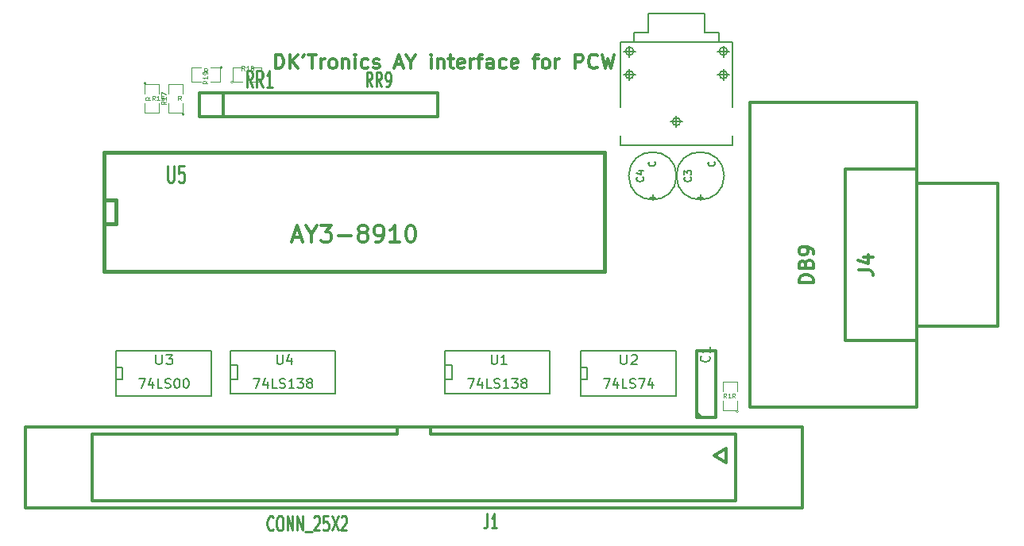
<source format=gto>
G04 (created by PCBNEW (2013-07-07 BZR 4022)-stable) date 02/05/2014 20:54:29*
%MOIN*%
G04 Gerber Fmt 3.4, Leading zero omitted, Abs format*
%FSLAX34Y34*%
G01*
G70*
G90*
G04 APERTURE LIST*
%ADD10C,0.00590551*%
%ADD11C,0.011811*%
%ADD12C,0.008*%
%ADD13C,0.012*%
%ADD14C,0.005*%
%ADD15C,0.0039*%
%ADD16C,0.015*%
%ADD17C,0.0043*%
%ADD18C,0.01*%
%ADD19C,0.01125*%
%ADD20C,0.0075*%
%ADD21C,0.0107*%
G04 APERTURE END LIST*
G54D10*
G54D11*
X17052Y-7864D02*
X17052Y-7273D01*
X17193Y-7273D01*
X17277Y-7301D01*
X17333Y-7357D01*
X17361Y-7414D01*
X17389Y-7526D01*
X17389Y-7610D01*
X17361Y-7723D01*
X17333Y-7779D01*
X17277Y-7835D01*
X17193Y-7864D01*
X17052Y-7864D01*
X17642Y-7864D02*
X17642Y-7273D01*
X17980Y-7864D02*
X17727Y-7526D01*
X17980Y-7273D02*
X17642Y-7610D01*
X18261Y-7273D02*
X18205Y-7385D01*
X18430Y-7273D02*
X18767Y-7273D01*
X18599Y-7864D02*
X18599Y-7273D01*
X18964Y-7864D02*
X18964Y-7470D01*
X18964Y-7582D02*
X18992Y-7526D01*
X19020Y-7498D01*
X19077Y-7470D01*
X19133Y-7470D01*
X19414Y-7864D02*
X19358Y-7835D01*
X19330Y-7807D01*
X19302Y-7751D01*
X19302Y-7582D01*
X19330Y-7526D01*
X19358Y-7498D01*
X19414Y-7470D01*
X19499Y-7470D01*
X19555Y-7498D01*
X19583Y-7526D01*
X19611Y-7582D01*
X19611Y-7751D01*
X19583Y-7807D01*
X19555Y-7835D01*
X19499Y-7864D01*
X19414Y-7864D01*
X19864Y-7470D02*
X19864Y-7864D01*
X19864Y-7526D02*
X19892Y-7498D01*
X19948Y-7470D01*
X20033Y-7470D01*
X20089Y-7498D01*
X20117Y-7554D01*
X20117Y-7864D01*
X20398Y-7864D02*
X20398Y-7470D01*
X20398Y-7273D02*
X20370Y-7301D01*
X20398Y-7329D01*
X20427Y-7301D01*
X20398Y-7273D01*
X20398Y-7329D01*
X20933Y-7835D02*
X20876Y-7864D01*
X20764Y-7864D01*
X20708Y-7835D01*
X20680Y-7807D01*
X20651Y-7751D01*
X20651Y-7582D01*
X20680Y-7526D01*
X20708Y-7498D01*
X20764Y-7470D01*
X20876Y-7470D01*
X20933Y-7498D01*
X21158Y-7835D02*
X21214Y-7864D01*
X21326Y-7864D01*
X21383Y-7835D01*
X21411Y-7779D01*
X21411Y-7751D01*
X21383Y-7695D01*
X21326Y-7667D01*
X21242Y-7667D01*
X21186Y-7639D01*
X21158Y-7582D01*
X21158Y-7554D01*
X21186Y-7498D01*
X21242Y-7470D01*
X21326Y-7470D01*
X21383Y-7498D01*
X22086Y-7695D02*
X22367Y-7695D01*
X22029Y-7864D02*
X22226Y-7273D01*
X22423Y-7864D01*
X22732Y-7582D02*
X22732Y-7864D01*
X22536Y-7273D02*
X22732Y-7582D01*
X22929Y-7273D01*
X23576Y-7864D02*
X23576Y-7470D01*
X23576Y-7273D02*
X23548Y-7301D01*
X23576Y-7329D01*
X23604Y-7301D01*
X23576Y-7273D01*
X23576Y-7329D01*
X23857Y-7470D02*
X23857Y-7864D01*
X23857Y-7526D02*
X23885Y-7498D01*
X23942Y-7470D01*
X24026Y-7470D01*
X24082Y-7498D01*
X24110Y-7554D01*
X24110Y-7864D01*
X24307Y-7470D02*
X24532Y-7470D01*
X24392Y-7273D02*
X24392Y-7779D01*
X24420Y-7835D01*
X24476Y-7864D01*
X24532Y-7864D01*
X24954Y-7835D02*
X24898Y-7864D01*
X24785Y-7864D01*
X24729Y-7835D01*
X24701Y-7779D01*
X24701Y-7554D01*
X24729Y-7498D01*
X24785Y-7470D01*
X24898Y-7470D01*
X24954Y-7498D01*
X24982Y-7554D01*
X24982Y-7610D01*
X24701Y-7667D01*
X25235Y-7864D02*
X25235Y-7470D01*
X25235Y-7582D02*
X25263Y-7526D01*
X25292Y-7498D01*
X25348Y-7470D01*
X25404Y-7470D01*
X25517Y-7470D02*
X25741Y-7470D01*
X25601Y-7864D02*
X25601Y-7357D01*
X25629Y-7301D01*
X25685Y-7273D01*
X25741Y-7273D01*
X26191Y-7864D02*
X26191Y-7554D01*
X26163Y-7498D01*
X26107Y-7470D01*
X25995Y-7470D01*
X25938Y-7498D01*
X26191Y-7835D02*
X26135Y-7864D01*
X25995Y-7864D01*
X25938Y-7835D01*
X25910Y-7779D01*
X25910Y-7723D01*
X25938Y-7667D01*
X25995Y-7639D01*
X26135Y-7639D01*
X26191Y-7610D01*
X26726Y-7835D02*
X26669Y-7864D01*
X26557Y-7864D01*
X26501Y-7835D01*
X26473Y-7807D01*
X26445Y-7751D01*
X26445Y-7582D01*
X26473Y-7526D01*
X26501Y-7498D01*
X26557Y-7470D01*
X26669Y-7470D01*
X26726Y-7498D01*
X27204Y-7835D02*
X27148Y-7864D01*
X27035Y-7864D01*
X26979Y-7835D01*
X26951Y-7779D01*
X26951Y-7554D01*
X26979Y-7498D01*
X27035Y-7470D01*
X27148Y-7470D01*
X27204Y-7498D01*
X27232Y-7554D01*
X27232Y-7610D01*
X26951Y-7667D01*
X27851Y-7470D02*
X28076Y-7470D01*
X27935Y-7864D02*
X27935Y-7357D01*
X27963Y-7301D01*
X28019Y-7273D01*
X28076Y-7273D01*
X28357Y-7864D02*
X28301Y-7835D01*
X28272Y-7807D01*
X28244Y-7751D01*
X28244Y-7582D01*
X28272Y-7526D01*
X28301Y-7498D01*
X28357Y-7470D01*
X28441Y-7470D01*
X28497Y-7498D01*
X28526Y-7526D01*
X28554Y-7582D01*
X28554Y-7751D01*
X28526Y-7807D01*
X28497Y-7835D01*
X28441Y-7864D01*
X28357Y-7864D01*
X28807Y-7864D02*
X28807Y-7470D01*
X28807Y-7582D02*
X28835Y-7526D01*
X28863Y-7498D01*
X28919Y-7470D01*
X28975Y-7470D01*
X29622Y-7864D02*
X29622Y-7273D01*
X29847Y-7273D01*
X29903Y-7301D01*
X29932Y-7329D01*
X29960Y-7385D01*
X29960Y-7470D01*
X29932Y-7526D01*
X29903Y-7554D01*
X29847Y-7582D01*
X29622Y-7582D01*
X30550Y-7807D02*
X30522Y-7835D01*
X30438Y-7864D01*
X30382Y-7864D01*
X30297Y-7835D01*
X30241Y-7779D01*
X30213Y-7723D01*
X30185Y-7610D01*
X30185Y-7526D01*
X30213Y-7414D01*
X30241Y-7357D01*
X30297Y-7301D01*
X30382Y-7273D01*
X30438Y-7273D01*
X30522Y-7301D01*
X30550Y-7329D01*
X30747Y-7273D02*
X30888Y-7864D01*
X31000Y-7442D01*
X31113Y-7864D01*
X31253Y-7273D01*
G54D12*
X33875Y-19725D02*
X33875Y-21625D01*
X33875Y-21625D02*
X29875Y-21625D01*
X29875Y-21625D02*
X29875Y-19725D01*
X29875Y-19725D02*
X33875Y-19725D01*
X29875Y-20425D02*
X30125Y-20425D01*
X30125Y-20425D02*
X30125Y-20925D01*
X30125Y-20925D02*
X29875Y-20925D01*
G54D13*
X36975Y-9275D02*
X36975Y-22075D01*
X36975Y-22075D02*
X43975Y-22075D01*
X43975Y-22075D02*
X43975Y-9275D01*
X43975Y-9275D02*
X36975Y-9275D01*
X43975Y-12075D02*
X40975Y-12075D01*
X40975Y-12075D02*
X40975Y-19275D01*
X40975Y-19275D02*
X43975Y-19275D01*
X43975Y-12675D02*
X47375Y-12675D01*
X47375Y-12675D02*
X47375Y-18675D01*
X47375Y-18675D02*
X43975Y-18675D01*
G54D12*
X15175Y-20325D02*
X15475Y-20325D01*
X15475Y-20325D02*
X15475Y-20925D01*
X15475Y-20925D02*
X15175Y-20925D01*
X19575Y-19725D02*
X19575Y-21525D01*
X19575Y-21525D02*
X15175Y-21525D01*
X15175Y-21525D02*
X15175Y-19725D01*
X15175Y-19725D02*
X19575Y-19725D01*
X36237Y-11077D02*
X31513Y-11077D01*
X36237Y-6748D02*
X35646Y-6748D01*
X32104Y-6748D02*
X31513Y-6748D01*
X35646Y-6354D02*
X35056Y-6354D01*
X32694Y-6354D02*
X32104Y-6354D01*
X32104Y-6354D02*
X32104Y-6748D01*
X35646Y-6354D02*
X35646Y-6748D01*
X35056Y-5566D02*
X32694Y-5566D01*
X32694Y-5566D02*
X32694Y-6354D01*
X35056Y-5566D02*
X35056Y-6354D01*
X36237Y-6748D02*
X36237Y-9502D01*
X36237Y-11077D02*
X36237Y-10684D01*
X36237Y-6748D02*
X31513Y-6748D01*
X31513Y-6748D02*
X31513Y-9502D01*
X31513Y-11077D02*
X31513Y-10684D01*
G54D14*
X36009Y-8125D02*
G75*
G03X36009Y-8125I-166J0D01*
G74*
G01*
X35843Y-7889D02*
X35843Y-8361D01*
X35607Y-8125D02*
X36079Y-8125D01*
X36009Y-7141D02*
G75*
G03X36009Y-7141I-166J0D01*
G74*
G01*
X35843Y-6905D02*
X35843Y-7377D01*
X35607Y-7141D02*
X36079Y-7141D01*
X32073Y-7141D02*
G75*
G03X32073Y-7141I-166J0D01*
G74*
G01*
X31907Y-6905D02*
X31907Y-7377D01*
X31671Y-7141D02*
X32143Y-7141D01*
X32073Y-8125D02*
G75*
G03X32073Y-8125I-166J0D01*
G74*
G01*
X31907Y-7889D02*
X31907Y-8361D01*
X31671Y-8125D02*
X32143Y-8125D01*
X34041Y-10093D02*
G75*
G03X34041Y-10093I-166J0D01*
G74*
G01*
X33875Y-9857D02*
X33875Y-10329D01*
X33639Y-10093D02*
X34111Y-10093D01*
G54D15*
X13225Y-9775D02*
G75*
G03X13225Y-9775I-50J0D01*
G74*
G01*
X13175Y-9325D02*
X13175Y-9725D01*
X13175Y-9725D02*
X12575Y-9725D01*
X12575Y-9725D02*
X12575Y-9325D01*
X12575Y-8925D02*
X12575Y-8525D01*
X12575Y-8525D02*
X13175Y-8525D01*
X13175Y-8525D02*
X13175Y-8925D01*
X11625Y-8475D02*
G75*
G03X11625Y-8475I-50J0D01*
G74*
G01*
X11575Y-8925D02*
X11575Y-8525D01*
X11575Y-8525D02*
X12175Y-8525D01*
X12175Y-8525D02*
X12175Y-8925D01*
X12175Y-9325D02*
X12175Y-9725D01*
X12175Y-9725D02*
X11575Y-9725D01*
X11575Y-9725D02*
X11575Y-9325D01*
X15275Y-8425D02*
G75*
G03X15275Y-8425I-50J0D01*
G74*
G01*
X15675Y-8425D02*
X15275Y-8425D01*
X15275Y-8425D02*
X15275Y-7825D01*
X15275Y-7825D02*
X15675Y-7825D01*
X16075Y-7825D02*
X16475Y-7825D01*
X16475Y-7825D02*
X16475Y-8425D01*
X16475Y-8425D02*
X16075Y-8425D01*
X14825Y-7825D02*
G75*
G03X14825Y-7825I-50J0D01*
G74*
G01*
X14325Y-7825D02*
X14725Y-7825D01*
X14725Y-7825D02*
X14725Y-8425D01*
X14725Y-8425D02*
X14325Y-8425D01*
X13925Y-8425D02*
X13525Y-8425D01*
X13525Y-8425D02*
X13525Y-7825D01*
X13525Y-7825D02*
X13925Y-7825D01*
X36475Y-22275D02*
G75*
G03X36475Y-22275I-50J0D01*
G74*
G01*
X36425Y-21825D02*
X36425Y-22225D01*
X36425Y-22225D02*
X35825Y-22225D01*
X35825Y-22225D02*
X35825Y-21825D01*
X35825Y-21425D02*
X35825Y-21025D01*
X35825Y-21025D02*
X36425Y-21025D01*
X36425Y-21025D02*
X36425Y-21425D01*
G54D13*
X35475Y-24125D02*
X35975Y-24425D01*
X35975Y-24425D02*
X35975Y-23825D01*
X35975Y-23825D02*
X35475Y-24125D01*
X39175Y-26325D02*
X39175Y-22925D01*
X39175Y-22925D02*
X6575Y-22925D01*
X6575Y-22925D02*
X6575Y-26325D01*
X6575Y-26325D02*
X39175Y-26325D01*
X23575Y-22925D02*
X23575Y-23225D01*
X23575Y-23225D02*
X36375Y-23225D01*
X36375Y-23225D02*
X36375Y-26025D01*
X36375Y-26025D02*
X9375Y-26025D01*
X9375Y-26025D02*
X9375Y-23225D01*
X9375Y-23225D02*
X22175Y-23225D01*
X22175Y-23225D02*
X22175Y-22925D01*
G54D16*
X9875Y-13375D02*
X10375Y-13375D01*
X10375Y-13375D02*
X10375Y-14375D01*
X10375Y-14375D02*
X9875Y-14375D01*
X9875Y-11375D02*
X30875Y-11375D01*
X30875Y-11375D02*
X30875Y-16375D01*
X30875Y-16375D02*
X9875Y-16375D01*
X9875Y-16375D02*
X9875Y-11375D01*
G54D13*
X34725Y-22525D02*
X34725Y-19725D01*
X34725Y-19725D02*
X35525Y-19725D01*
X35525Y-19725D02*
X35525Y-22525D01*
X35525Y-22525D02*
X34725Y-22525D01*
X34925Y-22525D02*
X34725Y-22325D01*
G54D14*
X33876Y-12375D02*
G75*
G03X33876Y-12375I-1001J0D01*
G74*
G01*
X35876Y-12375D02*
G75*
G03X35876Y-12375I-1001J0D01*
G74*
G01*
G54D12*
X24175Y-20325D02*
X24475Y-20325D01*
X24475Y-20325D02*
X24475Y-20925D01*
X24475Y-20925D02*
X24175Y-20925D01*
X28575Y-19725D02*
X28575Y-21525D01*
X28575Y-21525D02*
X24175Y-21525D01*
X24175Y-21525D02*
X24175Y-19725D01*
X24175Y-19725D02*
X28575Y-19725D01*
X14375Y-19725D02*
X14375Y-21625D01*
X14375Y-21625D02*
X10375Y-21625D01*
X10375Y-21625D02*
X10375Y-19725D01*
X10375Y-19725D02*
X14375Y-19725D01*
X10375Y-20425D02*
X10625Y-20425D01*
X10625Y-20425D02*
X10625Y-20925D01*
X10625Y-20925D02*
X10375Y-20925D01*
G54D13*
X13875Y-9875D02*
X13875Y-8875D01*
X13875Y-8875D02*
X23875Y-8875D01*
X23875Y-8875D02*
X23875Y-9875D01*
X23875Y-9875D02*
X13875Y-9875D01*
X14875Y-9875D02*
X14875Y-8875D01*
G54D14*
X31532Y-19886D02*
X31532Y-20210D01*
X31553Y-20248D01*
X31575Y-20267D01*
X31617Y-20286D01*
X31703Y-20286D01*
X31746Y-20267D01*
X31767Y-20248D01*
X31789Y-20210D01*
X31789Y-19886D01*
X31982Y-19925D02*
X32003Y-19905D01*
X32046Y-19886D01*
X32153Y-19886D01*
X32196Y-19905D01*
X32217Y-19925D01*
X32239Y-19963D01*
X32239Y-20001D01*
X32217Y-20058D01*
X31960Y-20286D01*
X32239Y-20286D01*
X30817Y-20886D02*
X31084Y-20886D01*
X30913Y-21286D01*
X31408Y-21020D02*
X31408Y-21286D01*
X31313Y-20867D02*
X31217Y-21153D01*
X31465Y-21153D01*
X31808Y-21286D02*
X31617Y-21286D01*
X31617Y-20886D01*
X31922Y-21267D02*
X31979Y-21286D01*
X32075Y-21286D01*
X32113Y-21267D01*
X32132Y-21248D01*
X32151Y-21210D01*
X32151Y-21172D01*
X32132Y-21134D01*
X32113Y-21115D01*
X32075Y-21096D01*
X31998Y-21077D01*
X31960Y-21058D01*
X31941Y-21039D01*
X31922Y-21001D01*
X31922Y-20963D01*
X31941Y-20925D01*
X31960Y-20905D01*
X31998Y-20886D01*
X32094Y-20886D01*
X32151Y-20905D01*
X32284Y-20886D02*
X32551Y-20886D01*
X32379Y-21286D01*
X32875Y-21020D02*
X32875Y-21286D01*
X32779Y-20867D02*
X32684Y-21153D01*
X32932Y-21153D01*
G54D13*
X41517Y-16325D02*
X41946Y-16325D01*
X42032Y-16353D01*
X42089Y-16410D01*
X42117Y-16496D01*
X42117Y-16553D01*
X41717Y-15782D02*
X42117Y-15782D01*
X41489Y-15925D02*
X41917Y-16067D01*
X41917Y-15696D01*
X39617Y-16867D02*
X39017Y-16867D01*
X39017Y-16725D01*
X39046Y-16639D01*
X39103Y-16582D01*
X39160Y-16553D01*
X39275Y-16525D01*
X39360Y-16525D01*
X39475Y-16553D01*
X39532Y-16582D01*
X39589Y-16639D01*
X39617Y-16725D01*
X39617Y-16867D01*
X39303Y-16067D02*
X39332Y-15982D01*
X39360Y-15953D01*
X39417Y-15925D01*
X39503Y-15925D01*
X39560Y-15953D01*
X39589Y-15982D01*
X39617Y-16039D01*
X39617Y-16267D01*
X39017Y-16267D01*
X39017Y-16067D01*
X39046Y-16010D01*
X39075Y-15982D01*
X39132Y-15953D01*
X39189Y-15953D01*
X39246Y-15982D01*
X39275Y-16010D01*
X39303Y-16067D01*
X39303Y-16267D01*
X39617Y-15639D02*
X39617Y-15525D01*
X39589Y-15467D01*
X39560Y-15439D01*
X39475Y-15382D01*
X39360Y-15353D01*
X39132Y-15353D01*
X39075Y-15382D01*
X39046Y-15410D01*
X39017Y-15467D01*
X39017Y-15582D01*
X39046Y-15639D01*
X39075Y-15667D01*
X39132Y-15696D01*
X39275Y-15696D01*
X39332Y-15667D01*
X39360Y-15639D01*
X39389Y-15582D01*
X39389Y-15467D01*
X39360Y-15410D01*
X39332Y-15382D01*
X39275Y-15353D01*
G54D12*
X17120Y-19886D02*
X17120Y-20210D01*
X17139Y-20248D01*
X17158Y-20267D01*
X17196Y-20286D01*
X17272Y-20286D01*
X17310Y-20267D01*
X17329Y-20248D01*
X17348Y-20210D01*
X17348Y-19886D01*
X17710Y-20020D02*
X17710Y-20286D01*
X17615Y-19867D02*
X17520Y-20153D01*
X17767Y-20153D01*
X16127Y-20886D02*
X16394Y-20886D01*
X16222Y-21286D01*
X16717Y-21020D02*
X16717Y-21286D01*
X16622Y-20867D02*
X16527Y-21153D01*
X16775Y-21153D01*
X17117Y-21286D02*
X16927Y-21286D01*
X16927Y-20886D01*
X17232Y-21267D02*
X17289Y-21286D01*
X17384Y-21286D01*
X17422Y-21267D01*
X17441Y-21248D01*
X17460Y-21210D01*
X17460Y-21172D01*
X17441Y-21134D01*
X17422Y-21115D01*
X17384Y-21096D01*
X17308Y-21077D01*
X17270Y-21058D01*
X17251Y-21039D01*
X17232Y-21001D01*
X17232Y-20963D01*
X17251Y-20925D01*
X17270Y-20905D01*
X17308Y-20886D01*
X17403Y-20886D01*
X17460Y-20905D01*
X17841Y-21286D02*
X17613Y-21286D01*
X17727Y-21286D02*
X17727Y-20886D01*
X17689Y-20944D01*
X17651Y-20982D01*
X17613Y-21001D01*
X17975Y-20886D02*
X18222Y-20886D01*
X18089Y-21039D01*
X18146Y-21039D01*
X18184Y-21058D01*
X18203Y-21077D01*
X18222Y-21115D01*
X18222Y-21210D01*
X18203Y-21248D01*
X18184Y-21267D01*
X18146Y-21286D01*
X18032Y-21286D01*
X17994Y-21267D01*
X17975Y-21248D01*
X18451Y-21058D02*
X18413Y-21039D01*
X18394Y-21020D01*
X18375Y-20982D01*
X18375Y-20963D01*
X18394Y-20925D01*
X18413Y-20905D01*
X18451Y-20886D01*
X18527Y-20886D01*
X18565Y-20905D01*
X18584Y-20925D01*
X18603Y-20963D01*
X18603Y-20982D01*
X18584Y-21020D01*
X18565Y-21039D01*
X18527Y-21058D01*
X18451Y-21058D01*
X18413Y-21077D01*
X18394Y-21096D01*
X18375Y-21134D01*
X18375Y-21210D01*
X18394Y-21248D01*
X18413Y-21267D01*
X18451Y-21286D01*
X18527Y-21286D01*
X18565Y-21267D01*
X18584Y-21248D01*
X18603Y-21210D01*
X18603Y-21134D01*
X18584Y-21096D01*
X18565Y-21077D01*
X18527Y-21058D01*
G54D17*
X12454Y-9251D02*
X12360Y-9317D01*
X12454Y-9364D02*
X12257Y-9364D01*
X12257Y-9289D01*
X12267Y-9270D01*
X12276Y-9261D01*
X12295Y-9251D01*
X12323Y-9251D01*
X12342Y-9261D01*
X12351Y-9270D01*
X12360Y-9289D01*
X12360Y-9364D01*
X12454Y-9064D02*
X12454Y-9176D01*
X12454Y-9120D02*
X12257Y-9120D01*
X12285Y-9139D01*
X12304Y-9157D01*
X12314Y-9176D01*
X12257Y-8998D02*
X12257Y-8867D01*
X12454Y-8951D01*
X13085Y-9204D02*
X13020Y-9110D01*
X12973Y-9204D02*
X12973Y-9007D01*
X13048Y-9007D01*
X13067Y-9017D01*
X13076Y-9026D01*
X13085Y-9045D01*
X13085Y-9073D01*
X13076Y-9092D01*
X13067Y-9101D01*
X13048Y-9110D01*
X12973Y-9110D01*
X11998Y-9204D02*
X11932Y-9110D01*
X11885Y-9204D02*
X11885Y-9007D01*
X11960Y-9007D01*
X11979Y-9017D01*
X11988Y-9026D01*
X11998Y-9045D01*
X11998Y-9073D01*
X11988Y-9092D01*
X11979Y-9101D01*
X11960Y-9110D01*
X11885Y-9110D01*
X12185Y-9204D02*
X12073Y-9204D01*
X12129Y-9204D02*
X12129Y-9007D01*
X12110Y-9035D01*
X12092Y-9054D01*
X12073Y-9064D01*
X12364Y-9007D02*
X12270Y-9007D01*
X12261Y-9101D01*
X12270Y-9092D01*
X12289Y-9082D01*
X12336Y-9082D01*
X12354Y-9092D01*
X12364Y-9101D01*
X12373Y-9120D01*
X12373Y-9167D01*
X12364Y-9185D01*
X12354Y-9195D01*
X12336Y-9204D01*
X12289Y-9204D01*
X12270Y-9195D01*
X12261Y-9185D01*
X11804Y-9064D02*
X11710Y-9129D01*
X11804Y-9176D02*
X11607Y-9176D01*
X11607Y-9101D01*
X11617Y-9082D01*
X11626Y-9073D01*
X11645Y-9064D01*
X11673Y-9064D01*
X11692Y-9073D01*
X11701Y-9082D01*
X11710Y-9101D01*
X11710Y-9176D01*
X15748Y-7954D02*
X15682Y-7860D01*
X15635Y-7954D02*
X15635Y-7757D01*
X15710Y-7757D01*
X15729Y-7767D01*
X15738Y-7776D01*
X15748Y-7795D01*
X15748Y-7823D01*
X15738Y-7842D01*
X15729Y-7851D01*
X15710Y-7860D01*
X15635Y-7860D01*
X15935Y-7954D02*
X15823Y-7954D01*
X15879Y-7954D02*
X15879Y-7757D01*
X15860Y-7785D01*
X15842Y-7804D01*
X15823Y-7814D01*
X16048Y-7842D02*
X16029Y-7832D01*
X16020Y-7823D01*
X16011Y-7804D01*
X16011Y-7795D01*
X16020Y-7776D01*
X16029Y-7767D01*
X16048Y-7757D01*
X16086Y-7757D01*
X16104Y-7767D01*
X16114Y-7776D01*
X16123Y-7795D01*
X16123Y-7804D01*
X16114Y-7823D01*
X16104Y-7832D01*
X16086Y-7842D01*
X16048Y-7842D01*
X16029Y-7851D01*
X16020Y-7860D01*
X16011Y-7879D01*
X16011Y-7917D01*
X16020Y-7935D01*
X16029Y-7945D01*
X16048Y-7954D01*
X16086Y-7954D01*
X16104Y-7945D01*
X16114Y-7935D01*
X16123Y-7917D01*
X16123Y-7879D01*
X16114Y-7860D01*
X16104Y-7851D01*
X16086Y-7842D01*
X15935Y-8354D02*
X15870Y-8260D01*
X15823Y-8354D02*
X15823Y-8157D01*
X15898Y-8157D01*
X15917Y-8167D01*
X15926Y-8176D01*
X15935Y-8195D01*
X15935Y-8223D01*
X15926Y-8242D01*
X15917Y-8251D01*
X15898Y-8260D01*
X15823Y-8260D01*
X14204Y-8376D02*
X14110Y-8442D01*
X14204Y-8489D02*
X14007Y-8489D01*
X14007Y-8414D01*
X14017Y-8395D01*
X14026Y-8386D01*
X14045Y-8376D01*
X14073Y-8376D01*
X14092Y-8386D01*
X14101Y-8395D01*
X14110Y-8414D01*
X14110Y-8489D01*
X14204Y-8189D02*
X14204Y-8301D01*
X14204Y-8245D02*
X14007Y-8245D01*
X14035Y-8264D01*
X14054Y-8282D01*
X14064Y-8301D01*
X14204Y-8095D02*
X14204Y-8057D01*
X14195Y-8038D01*
X14185Y-8029D01*
X14157Y-8010D01*
X14120Y-8001D01*
X14045Y-8001D01*
X14026Y-8010D01*
X14017Y-8020D01*
X14007Y-8038D01*
X14007Y-8076D01*
X14017Y-8095D01*
X14026Y-8104D01*
X14045Y-8113D01*
X14092Y-8113D01*
X14110Y-8104D01*
X14120Y-8095D01*
X14129Y-8076D01*
X14129Y-8038D01*
X14120Y-8020D01*
X14110Y-8010D01*
X14092Y-8001D01*
X14185Y-8054D02*
X14120Y-7960D01*
X14073Y-8054D02*
X14073Y-7857D01*
X14148Y-7857D01*
X14167Y-7867D01*
X14176Y-7876D01*
X14185Y-7895D01*
X14185Y-7923D01*
X14176Y-7942D01*
X14167Y-7951D01*
X14148Y-7960D01*
X14073Y-7960D01*
X35967Y-21704D02*
X35901Y-21610D01*
X35854Y-21704D02*
X35854Y-21507D01*
X35929Y-21507D01*
X35948Y-21517D01*
X35957Y-21526D01*
X35967Y-21545D01*
X35967Y-21573D01*
X35957Y-21592D01*
X35948Y-21601D01*
X35929Y-21610D01*
X35854Y-21610D01*
X36154Y-21704D02*
X36042Y-21704D01*
X36098Y-21704D02*
X36098Y-21507D01*
X36079Y-21535D01*
X36060Y-21554D01*
X36042Y-21564D01*
X36335Y-21704D02*
X36270Y-21610D01*
X36223Y-21704D02*
X36223Y-21507D01*
X36298Y-21507D01*
X36317Y-21517D01*
X36326Y-21526D01*
X36335Y-21545D01*
X36335Y-21573D01*
X36326Y-21592D01*
X36317Y-21601D01*
X36298Y-21610D01*
X36223Y-21610D01*
G54D18*
X25941Y-26567D02*
X25941Y-26996D01*
X25922Y-27082D01*
X25884Y-27139D01*
X25827Y-27167D01*
X25789Y-27167D01*
X26341Y-27167D02*
X26113Y-27167D01*
X26227Y-27167D02*
X26227Y-26567D01*
X26189Y-26653D01*
X26151Y-26710D01*
X26113Y-26739D01*
G54D13*
G54D18*
X16955Y-27210D02*
X16936Y-27239D01*
X16879Y-27267D01*
X16841Y-27267D01*
X16784Y-27239D01*
X16746Y-27182D01*
X16727Y-27125D01*
X16708Y-27010D01*
X16708Y-26925D01*
X16727Y-26810D01*
X16746Y-26753D01*
X16784Y-26696D01*
X16841Y-26667D01*
X16879Y-26667D01*
X16936Y-26696D01*
X16955Y-26725D01*
X17203Y-26667D02*
X17279Y-26667D01*
X17317Y-26696D01*
X17355Y-26753D01*
X17375Y-26867D01*
X17375Y-27067D01*
X17355Y-27182D01*
X17317Y-27239D01*
X17279Y-27267D01*
X17203Y-27267D01*
X17165Y-27239D01*
X17127Y-27182D01*
X17108Y-27067D01*
X17108Y-26867D01*
X17127Y-26753D01*
X17165Y-26696D01*
X17203Y-26667D01*
X17546Y-27267D02*
X17546Y-26667D01*
X17775Y-27267D01*
X17775Y-26667D01*
X17965Y-27267D02*
X17965Y-26667D01*
X18194Y-27267D01*
X18194Y-26667D01*
X18289Y-27325D02*
X18594Y-27325D01*
X18670Y-26725D02*
X18689Y-26696D01*
X18727Y-26667D01*
X18822Y-26667D01*
X18860Y-26696D01*
X18879Y-26725D01*
X18898Y-26782D01*
X18898Y-26839D01*
X18879Y-26925D01*
X18651Y-27267D01*
X18898Y-27267D01*
X19260Y-26667D02*
X19070Y-26667D01*
X19051Y-26953D01*
X19070Y-26925D01*
X19108Y-26896D01*
X19203Y-26896D01*
X19241Y-26925D01*
X19260Y-26953D01*
X19279Y-27010D01*
X19279Y-27153D01*
X19260Y-27210D01*
X19241Y-27239D01*
X19203Y-27267D01*
X19108Y-27267D01*
X19070Y-27239D01*
X19051Y-27210D01*
X19413Y-26667D02*
X19679Y-27267D01*
X19679Y-26667D02*
X19413Y-27267D01*
X19813Y-26725D02*
X19832Y-26696D01*
X19870Y-26667D01*
X19965Y-26667D01*
X20003Y-26696D01*
X20022Y-26725D01*
X20041Y-26782D01*
X20041Y-26839D01*
X20022Y-26925D01*
X19794Y-27267D01*
X20041Y-27267D01*
G54D13*
G54D19*
X12532Y-11958D02*
X12532Y-12525D01*
X12553Y-12591D01*
X12575Y-12625D01*
X12617Y-12658D01*
X12703Y-12658D01*
X12746Y-12625D01*
X12767Y-12591D01*
X12789Y-12525D01*
X12789Y-11958D01*
X13217Y-11958D02*
X13003Y-11958D01*
X12982Y-12291D01*
X13003Y-12258D01*
X13046Y-12225D01*
X13153Y-12225D01*
X13196Y-12258D01*
X13217Y-12291D01*
X13239Y-12358D01*
X13239Y-12525D01*
X13217Y-12591D01*
X13196Y-12625D01*
X13153Y-12658D01*
X13046Y-12658D01*
X13003Y-12625D01*
X12982Y-12591D01*
G54D13*
X17808Y-14958D02*
X18141Y-14958D01*
X17741Y-15158D02*
X17975Y-14458D01*
X18208Y-15158D01*
X18575Y-14825D02*
X18575Y-15158D01*
X18341Y-14458D02*
X18575Y-14825D01*
X18808Y-14458D01*
X18975Y-14458D02*
X19408Y-14458D01*
X19175Y-14725D01*
X19275Y-14725D01*
X19341Y-14758D01*
X19375Y-14791D01*
X19408Y-14858D01*
X19408Y-15025D01*
X19375Y-15091D01*
X19341Y-15125D01*
X19275Y-15158D01*
X19075Y-15158D01*
X19008Y-15125D01*
X18975Y-15091D01*
X19708Y-14891D02*
X20241Y-14891D01*
X20675Y-14758D02*
X20608Y-14725D01*
X20575Y-14691D01*
X20541Y-14625D01*
X20541Y-14591D01*
X20575Y-14525D01*
X20608Y-14491D01*
X20675Y-14458D01*
X20808Y-14458D01*
X20875Y-14491D01*
X20908Y-14525D01*
X20941Y-14591D01*
X20941Y-14625D01*
X20908Y-14691D01*
X20875Y-14725D01*
X20808Y-14758D01*
X20675Y-14758D01*
X20608Y-14791D01*
X20575Y-14825D01*
X20541Y-14891D01*
X20541Y-15025D01*
X20575Y-15091D01*
X20608Y-15125D01*
X20675Y-15158D01*
X20808Y-15158D01*
X20875Y-15125D01*
X20908Y-15091D01*
X20941Y-15025D01*
X20941Y-14891D01*
X20908Y-14825D01*
X20875Y-14791D01*
X20808Y-14758D01*
X21275Y-15158D02*
X21408Y-15158D01*
X21475Y-15125D01*
X21508Y-15091D01*
X21575Y-14991D01*
X21608Y-14858D01*
X21608Y-14591D01*
X21575Y-14525D01*
X21541Y-14491D01*
X21475Y-14458D01*
X21341Y-14458D01*
X21275Y-14491D01*
X21241Y-14525D01*
X21208Y-14591D01*
X21208Y-14758D01*
X21241Y-14825D01*
X21275Y-14858D01*
X21341Y-14891D01*
X21475Y-14891D01*
X21541Y-14858D01*
X21575Y-14825D01*
X21608Y-14758D01*
X22275Y-15158D02*
X21875Y-15158D01*
X22075Y-15158D02*
X22075Y-14458D01*
X22008Y-14558D01*
X21941Y-14625D01*
X21875Y-14658D01*
X22708Y-14458D02*
X22774Y-14458D01*
X22841Y-14491D01*
X22874Y-14525D01*
X22908Y-14591D01*
X22941Y-14725D01*
X22941Y-14891D01*
X22908Y-15025D01*
X22874Y-15091D01*
X22841Y-15125D01*
X22774Y-15158D01*
X22708Y-15158D01*
X22641Y-15125D01*
X22608Y-15091D01*
X22574Y-15025D01*
X22541Y-14891D01*
X22541Y-14725D01*
X22574Y-14591D01*
X22608Y-14525D01*
X22641Y-14491D01*
X22708Y-14458D01*
G54D12*
X35248Y-19941D02*
X35267Y-19960D01*
X35286Y-20017D01*
X35286Y-20055D01*
X35267Y-20113D01*
X35229Y-20151D01*
X35191Y-20170D01*
X35115Y-20189D01*
X35058Y-20189D01*
X34982Y-20170D01*
X34944Y-20151D01*
X34905Y-20113D01*
X34886Y-20055D01*
X34886Y-20017D01*
X34905Y-19960D01*
X34925Y-19941D01*
X35286Y-19560D02*
X35286Y-19789D01*
X35286Y-19674D02*
X34886Y-19674D01*
X34944Y-19713D01*
X34982Y-19751D01*
X35001Y-19789D01*
G54D14*
X32468Y-12425D02*
X32483Y-12439D01*
X32497Y-12482D01*
X32497Y-12510D01*
X32483Y-12553D01*
X32454Y-12582D01*
X32426Y-12596D01*
X32368Y-12610D01*
X32326Y-12610D01*
X32268Y-12596D01*
X32240Y-12582D01*
X32211Y-12553D01*
X32197Y-12510D01*
X32197Y-12482D01*
X32211Y-12439D01*
X32226Y-12425D01*
X32297Y-12167D02*
X32497Y-12167D01*
X32183Y-12239D02*
X32397Y-12310D01*
X32397Y-12125D01*
X32967Y-11797D02*
X32982Y-11809D01*
X32996Y-11845D01*
X32996Y-11869D01*
X32982Y-11904D01*
X32953Y-11928D01*
X32925Y-11940D01*
X32867Y-11952D01*
X32825Y-11952D01*
X32767Y-11940D01*
X32739Y-11928D01*
X32710Y-11904D01*
X32696Y-11869D01*
X32696Y-11845D01*
X32710Y-11809D01*
X32725Y-11797D01*
G54D20*
X32882Y-13389D02*
X32882Y-13160D01*
X32996Y-13275D02*
X32767Y-13275D01*
G54D12*
G54D14*
X34468Y-12425D02*
X34483Y-12439D01*
X34497Y-12482D01*
X34497Y-12510D01*
X34483Y-12553D01*
X34454Y-12582D01*
X34426Y-12596D01*
X34368Y-12610D01*
X34326Y-12610D01*
X34268Y-12596D01*
X34240Y-12582D01*
X34211Y-12553D01*
X34197Y-12510D01*
X34197Y-12482D01*
X34211Y-12439D01*
X34226Y-12425D01*
X34197Y-12325D02*
X34197Y-12139D01*
X34311Y-12239D01*
X34311Y-12196D01*
X34326Y-12167D01*
X34340Y-12153D01*
X34368Y-12139D01*
X34440Y-12139D01*
X34468Y-12153D01*
X34483Y-12167D01*
X34497Y-12196D01*
X34497Y-12282D01*
X34483Y-12310D01*
X34468Y-12325D01*
X35467Y-11797D02*
X35482Y-11809D01*
X35496Y-11845D01*
X35496Y-11869D01*
X35482Y-11904D01*
X35453Y-11928D01*
X35425Y-11940D01*
X35367Y-11952D01*
X35325Y-11952D01*
X35267Y-11940D01*
X35239Y-11928D01*
X35210Y-11904D01*
X35196Y-11869D01*
X35196Y-11845D01*
X35210Y-11809D01*
X35225Y-11797D01*
G54D20*
X34882Y-13389D02*
X34882Y-13160D01*
X34996Y-13275D02*
X34767Y-13275D01*
G54D12*
X26120Y-19886D02*
X26120Y-20210D01*
X26139Y-20248D01*
X26158Y-20267D01*
X26196Y-20286D01*
X26272Y-20286D01*
X26310Y-20267D01*
X26329Y-20248D01*
X26348Y-20210D01*
X26348Y-19886D01*
X26748Y-20286D02*
X26520Y-20286D01*
X26634Y-20286D02*
X26634Y-19886D01*
X26596Y-19944D01*
X26558Y-19982D01*
X26520Y-20001D01*
X25127Y-20886D02*
X25394Y-20886D01*
X25222Y-21286D01*
X25717Y-21020D02*
X25717Y-21286D01*
X25622Y-20867D02*
X25527Y-21153D01*
X25775Y-21153D01*
X26117Y-21286D02*
X25927Y-21286D01*
X25927Y-20886D01*
X26232Y-21267D02*
X26289Y-21286D01*
X26384Y-21286D01*
X26422Y-21267D01*
X26441Y-21248D01*
X26460Y-21210D01*
X26460Y-21172D01*
X26441Y-21134D01*
X26422Y-21115D01*
X26384Y-21096D01*
X26308Y-21077D01*
X26270Y-21058D01*
X26251Y-21039D01*
X26232Y-21001D01*
X26232Y-20963D01*
X26251Y-20925D01*
X26270Y-20905D01*
X26308Y-20886D01*
X26403Y-20886D01*
X26460Y-20905D01*
X26841Y-21286D02*
X26613Y-21286D01*
X26727Y-21286D02*
X26727Y-20886D01*
X26689Y-20944D01*
X26651Y-20982D01*
X26613Y-21001D01*
X26975Y-20886D02*
X27222Y-20886D01*
X27089Y-21039D01*
X27146Y-21039D01*
X27184Y-21058D01*
X27203Y-21077D01*
X27222Y-21115D01*
X27222Y-21210D01*
X27203Y-21248D01*
X27184Y-21267D01*
X27146Y-21286D01*
X27032Y-21286D01*
X26994Y-21267D01*
X26975Y-21248D01*
X27451Y-21058D02*
X27413Y-21039D01*
X27394Y-21020D01*
X27375Y-20982D01*
X27375Y-20963D01*
X27394Y-20925D01*
X27413Y-20905D01*
X27451Y-20886D01*
X27527Y-20886D01*
X27565Y-20905D01*
X27584Y-20925D01*
X27603Y-20963D01*
X27603Y-20982D01*
X27584Y-21020D01*
X27565Y-21039D01*
X27527Y-21058D01*
X27451Y-21058D01*
X27413Y-21077D01*
X27394Y-21096D01*
X27375Y-21134D01*
X27375Y-21210D01*
X27394Y-21248D01*
X27413Y-21267D01*
X27451Y-21286D01*
X27527Y-21286D01*
X27565Y-21267D01*
X27584Y-21248D01*
X27603Y-21210D01*
X27603Y-21134D01*
X27584Y-21096D01*
X27565Y-21077D01*
X27527Y-21058D01*
G54D14*
X12032Y-19886D02*
X12032Y-20210D01*
X12053Y-20248D01*
X12075Y-20267D01*
X12117Y-20286D01*
X12203Y-20286D01*
X12246Y-20267D01*
X12267Y-20248D01*
X12289Y-20210D01*
X12289Y-19886D01*
X12460Y-19886D02*
X12739Y-19886D01*
X12589Y-20039D01*
X12653Y-20039D01*
X12696Y-20058D01*
X12717Y-20077D01*
X12739Y-20115D01*
X12739Y-20210D01*
X12717Y-20248D01*
X12696Y-20267D01*
X12653Y-20286D01*
X12525Y-20286D01*
X12482Y-20267D01*
X12460Y-20248D01*
X11317Y-20886D02*
X11584Y-20886D01*
X11413Y-21286D01*
X11908Y-21020D02*
X11908Y-21286D01*
X11813Y-20867D02*
X11717Y-21153D01*
X11965Y-21153D01*
X12308Y-21286D02*
X12117Y-21286D01*
X12117Y-20886D01*
X12422Y-21267D02*
X12479Y-21286D01*
X12575Y-21286D01*
X12613Y-21267D01*
X12632Y-21248D01*
X12651Y-21210D01*
X12651Y-21172D01*
X12632Y-21134D01*
X12613Y-21115D01*
X12575Y-21096D01*
X12498Y-21077D01*
X12460Y-21058D01*
X12441Y-21039D01*
X12422Y-21001D01*
X12422Y-20963D01*
X12441Y-20925D01*
X12460Y-20905D01*
X12498Y-20886D01*
X12594Y-20886D01*
X12651Y-20905D01*
X12898Y-20886D02*
X12936Y-20886D01*
X12975Y-20905D01*
X12994Y-20925D01*
X13013Y-20963D01*
X13032Y-21039D01*
X13032Y-21134D01*
X13013Y-21210D01*
X12994Y-21248D01*
X12975Y-21267D01*
X12936Y-21286D01*
X12898Y-21286D01*
X12860Y-21267D01*
X12841Y-21248D01*
X12822Y-21210D01*
X12803Y-21134D01*
X12803Y-21039D01*
X12822Y-20963D01*
X12841Y-20925D01*
X12860Y-20905D01*
X12898Y-20886D01*
X13279Y-20886D02*
X13317Y-20886D01*
X13355Y-20905D01*
X13375Y-20925D01*
X13394Y-20963D01*
X13413Y-21039D01*
X13413Y-21134D01*
X13394Y-21210D01*
X13375Y-21248D01*
X13355Y-21267D01*
X13317Y-21286D01*
X13279Y-21286D01*
X13241Y-21267D01*
X13222Y-21248D01*
X13203Y-21210D01*
X13184Y-21134D01*
X13184Y-21039D01*
X13203Y-20963D01*
X13222Y-20925D01*
X13241Y-20905D01*
X13279Y-20886D01*
G54D21*
X16089Y-8650D02*
X15947Y-8326D01*
X15845Y-8650D02*
X15845Y-7969D01*
X16008Y-7969D01*
X16048Y-8002D01*
X16069Y-8034D01*
X16089Y-8099D01*
X16089Y-8196D01*
X16069Y-8261D01*
X16048Y-8293D01*
X16008Y-8326D01*
X15845Y-8326D01*
X16517Y-8650D02*
X16375Y-8326D01*
X16273Y-8650D02*
X16273Y-7969D01*
X16436Y-7969D01*
X16476Y-8002D01*
X16497Y-8034D01*
X16517Y-8099D01*
X16517Y-8196D01*
X16497Y-8261D01*
X16476Y-8293D01*
X16436Y-8326D01*
X16273Y-8326D01*
X16925Y-8650D02*
X16680Y-8650D01*
X16803Y-8650D02*
X16803Y-7969D01*
X16762Y-8066D01*
X16721Y-8131D01*
X16680Y-8164D01*
G54D13*
G54D18*
X21108Y-8617D02*
X20975Y-8332D01*
X20879Y-8617D02*
X20879Y-8017D01*
X21032Y-8017D01*
X21070Y-8046D01*
X21089Y-8075D01*
X21108Y-8132D01*
X21108Y-8217D01*
X21089Y-8275D01*
X21070Y-8303D01*
X21032Y-8332D01*
X20879Y-8332D01*
X21508Y-8617D02*
X21375Y-8332D01*
X21279Y-8617D02*
X21279Y-8017D01*
X21432Y-8017D01*
X21470Y-8046D01*
X21489Y-8075D01*
X21508Y-8132D01*
X21508Y-8217D01*
X21489Y-8275D01*
X21470Y-8303D01*
X21432Y-8332D01*
X21279Y-8332D01*
X21698Y-8617D02*
X21775Y-8617D01*
X21813Y-8589D01*
X21832Y-8560D01*
X21870Y-8475D01*
X21889Y-8360D01*
X21889Y-8132D01*
X21870Y-8075D01*
X21851Y-8046D01*
X21813Y-8017D01*
X21736Y-8017D01*
X21698Y-8046D01*
X21679Y-8075D01*
X21660Y-8132D01*
X21660Y-8275D01*
X21679Y-8332D01*
X21698Y-8360D01*
X21736Y-8389D01*
X21813Y-8389D01*
X21851Y-8360D01*
X21870Y-8332D01*
X21889Y-8275D01*
G54D13*
M02*

</source>
